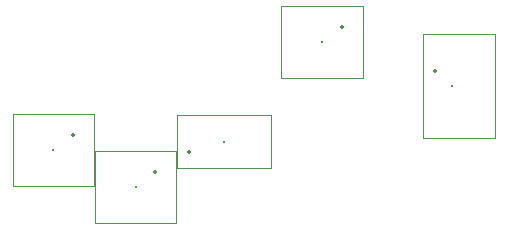
<source format=gbr>
%TF.GenerationSoftware,KiCad,Pcbnew,(6.0.0)*%
%TF.CreationDate,2022-03-23T01:13:25-05:00*%
%TF.ProjectId,temp sensor,74656d70-2073-4656-9e73-6f722e6b6963,0.3*%
%TF.SameCoordinates,Original*%
%TF.FileFunction,Component,L2,Bot*%
%TF.FilePolarity,Positive*%
%FSLAX46Y46*%
G04 Gerber Fmt 4.6, Leading zero omitted, Abs format (unit mm)*
G04 Created by KiCad (PCBNEW (6.0.0)) date 2022-03-23 01:13:25*
%MOMM*%
%LPD*%
G01*
G04 APERTURE LIST*
%TA.AperFunction,ComponentMain*%
%ADD10C,0.300000*%
%TD*%
%TA.AperFunction,ComponentOutline,Courtyard*%
%ADD11C,0.100000*%
%TD*%
%TA.AperFunction,ComponentPin*%
%ADD12P,0.360000X4X0.000000*%
%TD*%
%TA.AperFunction,ComponentPin*%
%ADD13C,0.000000*%
%TD*%
G04 APERTURE END LIST*
D10*
%TO.C,"J4"*%
%TO.CFtp,"USB_Micro-B_Molex-105017-0001"*%
%TO.CVal,"USB_B_Micro"*%
%TO.CLbN,"Connector_USB"*%
%TO.CMnt,SMD*%
%TO.CRot,-90*%
X162025000Y-92650000D03*
D11*
X165664999Y-97049999D02*
X159565001Y-97049999D01*
X159565001Y-88250001D01*
X165664999Y-88250001D01*
X165664999Y-97049999D01*
D12*
%TO.P,"J4","1","VBUS"*%
X160562500Y-91350000D03*
D13*
%TO.P,"J4","2","D-"*%
X160562500Y-92000000D03*
%TO.P,"J4","3","D+"*%
X160562500Y-92650000D03*
%TO.P,"J4","4","ID"*%
X160562500Y-93300000D03*
%TO.P,"J4","5","GND"*%
X160562500Y-93950000D03*
%TO.P,"J4","6","Shield"*%
X163262500Y-95550000D03*
X163262500Y-96150000D03*
X160562500Y-90150000D03*
X163262500Y-93650000D03*
X160562500Y-95150000D03*
X163262500Y-91650000D03*
X163262500Y-89750000D03*
X163262500Y-89150000D03*
%TD*%
D10*
%TO.C,"J3"*%
%TO.CFtp,"PinHeader_1x07_P1.00mm_Vertical_SMD_Pin1Right"*%
%TO.CVal,"Conn_01x06_Male"*%
%TO.CLbN,"Connector_PinHeader_1.00mm"*%
%TO.CMnt,SMD*%
%TO.CRot,-90*%
X142710000Y-97370000D03*
D11*
X146709999Y-99619999D02*
X138710001Y-99619999D01*
X138710001Y-95120001D01*
X146709999Y-95120001D01*
X146709999Y-99619999D01*
D12*
%TO.P,"J3","1","Pin_1"*%
X139710000Y-98245000D03*
D13*
%TO.P,"J3","2","Pin_2"*%
X140710000Y-96495000D03*
%TO.P,"J3","3","Pin_3"*%
X141710000Y-98245000D03*
%TO.P,"J3","4","Pin_4"*%
X142710000Y-96495000D03*
%TO.P,"J3","5","Pin_5"*%
X143710000Y-98245000D03*
%TO.P,"J3","6","Pin_6"*%
X144710000Y-96495000D03*
%TO.P,"J3","7","Pin_7"*%
X145710000Y-98245000D03*
%TD*%
D10*
%TO.C,"J2"*%
%TO.CFtp,"PinHeader_1x02_P2.54mm_Vertical_SMD_Pin1Left"*%
%TO.CVal,"Conn_01x02_Male"*%
%TO.CLbN,"Connector_PinHeader_2.54mm"*%
%TO.CMnt,SMD*%
%TO.CRot,180*%
X135198000Y-101200000D03*
D11*
X138647999Y-104249999D02*
X131748001Y-104249999D01*
X131748001Y-98150001D01*
X138647999Y-98150001D01*
X138647999Y-104249999D01*
D12*
%TO.P,"J2","1","Pin_1"*%
X136853000Y-99930000D03*
D13*
%TO.P,"J2","2","Pin_2"*%
X133543000Y-102470000D03*
%TD*%
D10*
%TO.C,"J6"*%
%TO.CFtp,"PinHeader_1x02_P2.54mm_Vertical_SMD_Pin1Left"*%
%TO.CVal,"Conn_01x02_Male"*%
%TO.CLbN,"Connector_PinHeader_2.54mm"*%
%TO.CMnt,SMD*%
%TO.CRot,180*%
X128248000Y-98100000D03*
D11*
X131697999Y-101149999D02*
X124798001Y-101149999D01*
X124798001Y-95050001D01*
X131697999Y-95050001D01*
X131697999Y-101149999D01*
D12*
%TO.P,"J6","1","Pin_1"*%
X129903000Y-96830000D03*
D13*
%TO.P,"J6","2","Pin_2"*%
X126593000Y-99370000D03*
%TD*%
D10*
%TO.C,"J5"*%
%TO.CFtp,"PinHeader_1x02_P2.54mm_Vertical_SMD_Pin1Left"*%
%TO.CVal,"Conn_01x02_Male"*%
%TO.CLbN,"Connector_PinHeader_2.54mm"*%
%TO.CMnt,SMD*%
%TO.CRot,180*%
X150998000Y-88900000D03*
D11*
X154447999Y-91949999D02*
X147548001Y-91949999D01*
X147548001Y-85850001D01*
X154447999Y-85850001D01*
X154447999Y-91949999D01*
D12*
%TO.P,"J5","1","Pin_1"*%
X152653000Y-87630000D03*
D13*
%TO.P,"J5","2","Pin_2"*%
X149343000Y-90170000D03*
%TD*%
M02*

</source>
